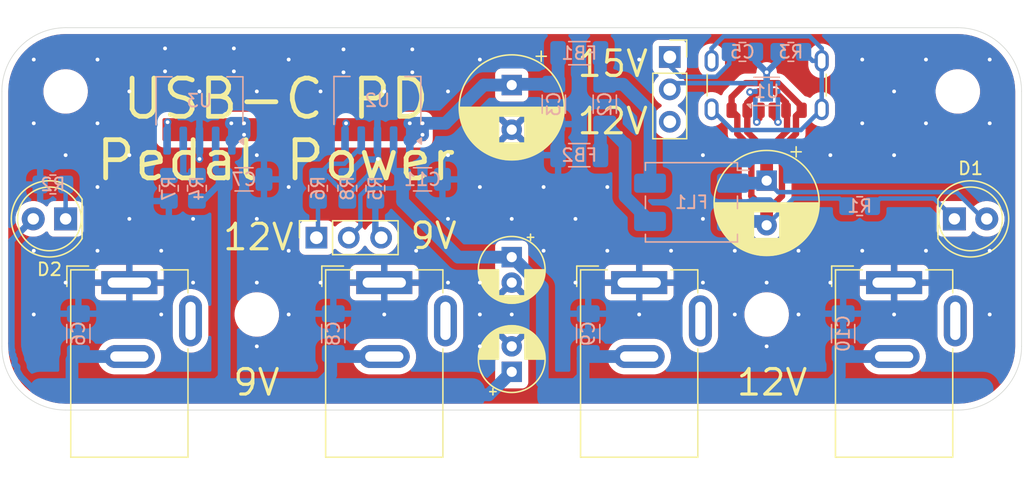
<source format=kicad_pcb>
(kicad_pcb (version 20241229) (generator "pcbnew") (generator_version "9.0")
  (layers (0 "F.Cu" jumper) (2 "B.Cu" signal) (13 "F.Paste" user) (15 "B.Paste" user) (5 "F.SilkS" user "F.Silkscreen") (7 "B.SilkS" user "B.Silkscreen") (1 "F.Mask" user) (3 "B.Mask" user) (25 "Edge.Cuts" user))
  (net 0 "")
  (net 1 "+9V")
  (net 3 "GND")
  (net 4 "+15V")
  (net 6 "CC2")
  (net 7 "CC1")
  (net 8 "VBUS")
  (net 9 "Net-(SW1-A)")
  (net 10 "+12V")
  (net 15 "Net-(D1-K)")
  (net 16 "Net-(D2-K)")
  (net 17 "FB9")
  (net 18 "FB12")
  (net 19 "Net-(SW2-C)")
  (net 20 "Net-(SW2-A)")
  (net 21 "Net-(SW1-B)")
  (net 23 "GNDBUS")
  (net 24 "SHIELD")
  (net 25 "Net-(C2-Pad1)")
  (net 26 "Net-(C2-Pad2)")
  (footprint "LED_THT:LED_D5.0mm" (layer "F.Cu") (at 124.73 65)
    (property "Reference" "D1" (at 1.27 -3.96 0) (layer "F.SilkS"))
    (property "Value" "LED")
    (pad "1" thru_hole rect (at 0 0) (size 1.8 1.8) (drill 0.9) (layers "*.Cu" "*.Mask") (net 15 "Net-(D1-K)"))
    (pad "2" thru_hole circle (at 2.54 0) (size 1.8 1.8) (drill 0.9) (layers "*.Cu" "*.Mask") (net 8 "VBUS"))
  )
  (footprint "Connector_USB:USB_C_Receptacle_GCT_USB4125-xx-x-0190_6P_TopMnt_Horizontal" (layer "F.Cu") (at 110 53.4 180)
    (property "Reference" "J1" (hide yes))
    (property "Value" "USB_C_Receptacle_PowerOnly_6P")
    (pad "A5" smd roundrect (at -0.5 -3.08 180) (size 0.7 1.2) (layers "F.Cu" "F.Mask" "F.Paste") (net 7 "CC1"))
    (pad "A9" smd roundrect (at 1.52 -3.08) (size 0.76 1.2) (layers "F.Cu" "F.Mask" "F.Paste") (net 8 "VBUS"))
    (pad "A12" smd roundrect (at 2.75 -3.08) (size 0.8 1.2) (layers "F.Cu" "F.Mask" "F.Paste") (net 23 "GNDBUS"))
    (pad "B5" smd roundrect (at 0.5 -3.08) (size 0.7 1.2) (layers "F.Cu" "F.Mask" "F.Paste") (net 6 "CC2"))
    (pad "B9" smd roundrect (at -1.52 -3.08 180) (size 0.76 1.2) (layers "F.Cu" "F.Mask" "F.Paste") (net 8 "VBUS"))
    (pad "B12" smd roundrect (at -2.75 -3.08 180) (size 0.8 1.2) (layers "F.Cu" "F.Mask" "F.Paste") (net 23 "GNDBUS"))
    (pad "S1" thru_hole oval (at -4.32 -3 180) (size 1.1 1.7) (drill oval 0.6 1.2) (property pad_prop_heatsink) (layers "*.Cu" "*.Mask" "F.Paste") (net 24 "SHIELD"))
    (pad "S1" thru_hole oval (at -4.32 0.8 180) (size 1.1 1.7) (drill oval 0.6 1.2) (property pad_prop_heatsink) (layers "*.Cu" "*.Mask" "F.Paste") (net 24 "SHIELD"))
    (pad "S1" thru_hole oval (at 4.32 -3 180) (size 1.1 1.7) (drill oval 0.6 1.2) (property pad_prop_heatsink) (layers "*.Cu" "*.Mask" "F.Paste") (net 24 "SHIELD"))
    (pad "S1" thru_hole oval (at 4.32 0.8 180) (size 1.1 1.7) (drill oval 0.6 1.2) (property pad_prop_heatsink) (layers "*.Cu" "*.Mask" "F.Paste") (net 24 "SHIELD"))
  )
  (footprint "MountingHole:MountingHole_3mm" (layer "F.Cu") (at 110 72.5)
    (property "Reference" "H3" (hide yes))
    (property "Value" "MountingHole")
    (pad "" np_thru_hole circle (at 0 0) (size 3 3) (drill 3) (layers "*.Cu" "*.Mask"))
  )
  (footprint "LED_THT:LED_D5.0mm" (layer "F.Cu") (at 55 65 180)
    (property "Reference" "D2" (at 1.27 -3.96 0) (layer "F.SilkS"))
    (property "Value" "LED")
    (pad "1" thru_hole rect (at 0 0 180) (size 1.8 1.8) (drill 0.9) (layers "*.Cu" "*.Mask") (net 16 "Net-(D2-K)"))
    (pad "2" thru_hole circle (at 2.54 0 180) (size 1.8 1.8) (drill 0.9) (layers "*.Cu" "*.Mask") (net 1 "+9V"))
  )
  (footprint "Capacitor_THT:CP_Radial_D8.0mm_P3.50mm" (layer "F.Cu") (at 110 62 -90)
    (property "Reference" "C1" (hide yes))
    (property "Value" "100uF")
    (pad "1" thru_hole rect (at 0 0 270) (size 1.6 1.6) (drill 0.8) (layers "*.Cu" "*.Mask") (net 8 "VBUS"))
    (pad "2" thru_hole circle (at 3.5 0 270) (size 1.6 1.6) (drill 0.8) (layers "*.Cu" "*.Mask") (net 23 "GNDBUS"))
  )
  (footprint "MountingHole:MountingHole_3mm" (layer "F.Cu") (at 55 55)
    (property "Reference" "H1" (hide yes))
    (property "Value" "MountingHole")
    (pad "" np_thru_hole circle (at 0 0) (size 3 3) (drill 3) (layers "*.Cu" "*.Mask"))
  )
  (footprint "Connector_PinSocket_2.54mm:PinSocket_1x03_P2.54mm_Vertical" (layer "F.Cu") (at 74.675 66.475 90)
    (property "Reference" "SW2" (hide yes))
    (property "Value" "12v9")
    (pad "1" thru_hole rect (at 0 0 90) (size 1.7 1.7) (drill 1) (layers "*.Cu" "*.Mask") (net 20 "Net-(SW2-A)"))
    (pad "2" thru_hole circle (at 0 2.54 90) (size 1.7 1.7) (drill 1) (layers "*.Cu" "*.Mask") (net 10 "+12V"))
    (pad "3" thru_hole circle (at 0 5.08 90) (size 1.7 1.7) (drill 1) (layers "*.Cu" "*.Mask") (net 19 "Net-(SW2-C)"))
  )
  (footprint "Connector_BarrelJack:BarrelJack_Wuerth_6941xx301002" (layer "F.Cu") (at 80 70)
    (property "Reference" "J3" (hide yes))
    (property "Value" "Barrel_Jack_Switch")
    (pad "1" thru_hole rect (at 0 0) (size 4.4 1.8) (drill oval 3.4 0.8) (layers "*.Cu" "*.Mask") (net 3 "GND"))
    (pad "2" thru_hole oval (at 0 5.8) (size 4 1.8) (drill oval 3 0.8) (layers "*.Cu" "*.Mask") (net 1 "+9V"))
    (pad "3" thru_hole oval (at 4.8 3 90) (size 4 1.8) (drill oval 3 0.8) (layers "*.Cu" "*.Mask"))
  )
  (footprint "Capacitor_THT:CP_Radial_D5.0mm_P2.00mm" (layer "F.Cu") (at 90 77 90)
    (property "Reference" "C12" (hide yes))
    (property "Value" "47uF")
    (pad "1" thru_hole rect (at 0 0 90) (size 1.6 1.6) (drill 0.8) (layers "*.Cu" "*.Mask") (net 1 "+9V"))
    (pad "2" thru_hole circle (at 2 0 90) (size 1.6 1.6) (drill 0.8) (layers "*.Cu" "*.Mask") (net 3 "GND"))
  )
  (footprint "Connector_BarrelJack:BarrelJack_Wuerth_6941xx301002" (layer "F.Cu") (at 120 70)
    (property "Reference" "J5" (hide yes))
    (property "Value" "Barrel_Jack_Switch")
    (pad "1" thru_hole rect (at 0 0) (size 4.4 1.8) (drill oval 3.4 0.8) (layers "*.Cu" "*.Mask") (net 3 "GND"))
    (pad "2" thru_hole oval (at 0 5.8) (size 4 1.8) (drill oval 3 0.8) (layers "*.Cu" "*.Mask") (net 10 "+12V"))
    (pad "3" thru_hole oval (at 4.8 3 90) (size 4 1.8) (drill oval 3 0.8) (layers "*.Cu" "*.Mask"))
  )
  (footprint "MountingHole:MountingHole_3mm" (layer "F.Cu") (at 70 72.5)
    (property "Reference" "H4" (hide yes))
    (property "Value" "MountingHole")
    (pad "" np_thru_hole circle (at 0 0) (size 3 3) (drill 3) (layers "*.Cu" "*.Mask"))
  )
  (footprint "Connector_PinSocket_2.54mm:PinSocket_1x03_P2.54mm_Vertical" (layer "F.Cu") (at 102.4 52.3)
    (property "Reference" "SW1" (hide yes))
    (property "Value" "15v12")
    (pad "1" thru_hole rect (at 0 0) (size 1.7 1.7) (drill 1) (layers "*.Cu" "*.Mask") (net 9 "Net-(SW1-A)"))
    (pad "2" thru_hole circle (at 0 2.54) (size 1.7 1.7) (drill 1) (layers "*.Cu" "*.Mask") (net 21 "Net-(SW1-B)"))
    (pad "3" thru_hole circle (at 0 5.08) (size 1.7 1.7) (drill 1) (layers "*.Cu" "*.Mask"))
  )
  (footprint "MountingHole:MountingHole_3mm" (layer "F.Cu") (at 125 55)
    (property "Reference" "H2" (hide yes))
    (property "Value" "MountingHole")
    (pad "" np_thru_hole circle (at 0 0) (size 3 3) (drill 3) (layers "*.Cu" "*.Mask"))
  )
  (footprint "Connector_BarrelJack:BarrelJack_Wuerth_6941xx301002" (layer "F.Cu") (at 60 70)
    (property "Reference" "J2" (hide yes))
    (property "Value" "Barrel_Jack_Switch")
    (pad "1" thru_hole rect (at 0 0) (size 4.4 1.8) (drill oval 3.4 0.8) (layers "*.Cu" "*.Mask") (net 3 "GND"))
    (pad "2" thru_hole oval (at 0 5.8) (size 4 1.8) (drill oval 3 0.8) (layers "*.Cu" "*.Mask") (net 1 "+9V"))
    (pad "3" thru_hole oval (at 4.8 3 90) (size 4 1.8) (drill oval 3 0.8) (layers "*.Cu" "*.Mask"))
  )
  (footprint "Capacitor_THT:CP_Radial_D8.0mm_P3.50mm" (layer "F.Cu") (at 90 54.5 -90)
    (property "Reference" "C4" (hide yes))
    (property "Value" "100uF")
    (pad "1" thru_hole rect (at 0 0 270) (size 1.6 1.6) (drill 0.8) (layers "*.Cu" "*.Mask") (net 4 "+15V"))
    (pad "2" thru_hole circle (at 3.5 0 270) (size 1.6 1.6) (drill 0.8) (layers "*.Cu" "*.Mask") (net 3 "GND"))
  )
  (footprint "Connector_BarrelJack:BarrelJack_Wuerth_6941xx301002" (layer "F.Cu") (at 100 70)
    (property "Reference" "J4" (hide yes))
    (property "Value" "Barrel_Jack_Switch")
    (pad "1" thru_hole rect (at 0 0) (size 4.4 1.8) (drill oval 3.4 0.8) (layers "*.Cu" "*.Mask") (net 3 "GND"))
    (pad "2" thru_hole oval (at 0 5.8) (size 4 1.8) (drill oval 3 0.8) (layers "*.Cu" "*.Mask") (net 10 "+12V"))
    (pad "3" thru_hole oval (at 4.8 3 90) (size 4 1.8) (drill oval 3 0.8) (layers "*.Cu" "*.Mask"))
  )
  (footprint "Capacitor_THT:CP_Radial_D5.0mm_P2.00mm" (layer "F.Cu") (at 90 68 -90)
    (property "Reference" "C13" (hide yes))
    (property "Value" "47uF")
    (pad "1" thru_hole rect (at 0 0 270) (size 1.6 1.6) (drill 0.8) (layers "*.Cu" "*.Mask") (net 10 "+12V"))
    (pad "2" thru_hole circle (at 2 0 270) (size 1.6 1.6) (drill 0.8) (layers "*.Cu" "*.Mask") (net 3 "GND"))
  )
  (footprint "Resistor_SMD:R_0805_2012Metric_Pad1.20x1.40mm_HandSolder" (layer "B.Cu") (at 54 62.3 180)
    (property "Reference" "R2" (at 0 0 0) (layer "B.SilkS") (effects (justify mirror)))
    (property "Value" "10k")
    (pad "1" smd roundrect (at -1 0 180) (size 1.2 1.4) (layers "B.Cu" "B.Mask" "B.Paste") (roundrect_rratio 0.208333) (net 16 "Net-(D2-K)"))
    (pad "2" smd roundrect (at 1 0 180) (size 1.2 1.4) (layers "B.Cu" "B.Mask" "B.Paste") (roundrect_rratio 0.208333) (net 3 "GND"))
  )
  (footprint "Resistor_SMD:R_0805_2012Metric_Pad1.20x1.40mm_HandSolder" (layer "B.Cu") (at 65.3 62.6 90)
    (property "Reference" "R4" (at 0 0 90) (layer "B.SilkS") (effects (justify mirror)))
    (property "Value" "13k")
    (pad "1" smd roundrect (at -1 0 90) (size 1.2 1.4) (layers "B.Cu" "B.Mask" "B.Paste") (roundrect_rratio 0.208333) (net 1 "+9V"))
    (pad "2" smd roundrect (at 1 0 90) (size 1.2 1.4) (layers "B.Cu" "B.Mask" "B.Paste") (roundrect_rratio 0.208333) (net 17 "FB9"))
  )
  (footprint "Resistor_SMD:R_0805_2012Metric_Pad1.20x1.40mm_HandSolder" (layer "B.Cu") (at 63.1 62.6 -90)
    (property "Reference" "R7" (at 0 0 90) (layer "B.SilkS") (effects (justify mirror)))
    (property "Value" "2k")
    (pad "1" smd roundrect (at -1 0 270) (size 1.2 1.4) (layers "B.Cu" "B.Mask" "B.Paste") (roundrect_rratio 0.208333) (net 17 "FB9"))
    (pad "2" smd roundrect (at 1 0 270) (size 1.2 1.4) (layers "B.Cu" "B.Mask" "B.Paste") (roundrect_rratio 0.208333) (net 3 "GND"))
  )
  (footprint "Capacitor_SMD:C_1206_3216Metric_Pad1.33x1.80mm_HandSolder" (layer "B.Cu") (at 69 61.9)
    (property "Reference" "C7" (at 0 0 0) (layer "B.SilkS") (effects (justify mirror)))
    (property "Value" "22uF")
    (pad "1" smd roundrect (at -1.5625 0) (size 1.325 1.8) (layers "B.Cu" "B.Mask" "B.Paste") (roundrect_rratio 0.188679) (net 1 "+9V"))
    (pad "2" smd roundrect (at 1.5625 0) (size 1.325 1.8) (layers "B.Cu" "B.Mask" "B.Paste") (roundrect_rratio 0.188679) (net 3 "GND"))
  )
  (footprint "Capacitor_SMD:C_0805_2012Metric_Pad1.18x1.45mm_HandSolder" (layer "B.Cu") (at 108.1 51.9)
    (property "Reference" "C5" (at 0 0 0) (layer "B.SilkS") (effects (justify mirror)))
    (property "Value" "4.7nF")
    (pad "1" smd roundrect (at -1.0375 0) (size 1.175 1.45) (layers "B.Cu" "B.Mask" "B.Paste") (roundrect_rratio 0.212766) (net 9 "Net-(SW1-A)"))
    (pad "2" smd roundrect (at 1.0375 0) (size 1.175 1.45) (layers "B.Cu" "B.Mask" "B.Paste") (roundrect_rratio 0.212766) (net 23 "GNDBUS"))
  )
  (footprint "Capacitor_SMD:C_1206_3216Metric_Pad1.33x1.80mm_HandSolder" (layer "B.Cu") (at 56 74 90)
    (property "Reference" "C6" (at 0 0 90) (layer "B.SilkS") (effects (justify mirror)))
    (property "Value" "22uF")
    (pad "1" smd roundrect (at -1.5625 0 90) (size 1.325 1.8) (layers "B.Cu" "B.Mask" "B.Paste") (roundrect_rratio 0.188679) (net 1 "+9V"))
    (pad "2" smd roundrect (at 1.5625 0 90) (size 1.325 1.8) (layers "B.Cu" "B.Mask" "B.Paste") (roundrect_rratio 0.188679) (net 3 "GND"))
  )
  (footprint "Capacitor_SMD:C_1206_3216Metric_Pad1.33x1.80mm_HandSolder" (layer "B.Cu") (at 116 74 90)
    (property "Reference" "C10" (at 0 0 90) (layer "B.SilkS") (effects (justify mirror)))
    (property "Value" "22uF")
    (pad "1" smd roundrect (at -1.5625 0 90) (size 1.325 1.8) (layers "B.Cu" "B.Mask" "B.Paste") (roundrect_rratio 0.188679) (net 10 "+12V"))
    (pad "2" smd roundrect (at 1.5625 0 90) (size 1.325 1.8) (layers "B.Cu" "B.Mask" "B.Paste") (roundrect_rratio 0.188679) (net 3 "GND"))
  )
  (footprint "Resistor_SMD:R_0805_2012Metric_Pad1.20x1.40mm_HandSolder" (layer "B.Cu") (at 77.1 62.6 90)
    (property "Reference" "R8" (at 0 0 90) (layer "B.SilkS") (effects (justify mirror)))
    (property "Value" "2k")
    (pad "1" smd roundrect (at -1 0 90) (size 1.2 1.4) (layers "B.Cu" "B.Mask" "B.Paste") (roundrect_rratio 0.208333) (net 18 "FB12"))
    (pad "2" smd roundrect (at 1 0 90) (size 1.2 1.4) (layers "B.Cu" "B.Mask" "B.Paste") (roundrect_rratio 0.208333) (net 3 "GND"))
  )
  (footprint "Capacitor_SMD:C_1206_3216Metric_Pad1.33x1.80mm_HandSolder" (layer "B.Cu") (at 96 74 90)
    (property "Reference" "C9" (at 0 0 90) (layer "B.SilkS") (effects (justify mirror)))
    (property "Value" "22uF")
    (pad "1" smd roundrect (at -1.5625 0 90) (size 1.325 1.8) (layers "B.Cu" "B.Mask" "B.Paste") (roundrect_rratio 0.188679) (net 10 "+12V"))
    (pad "2" smd roundrect (at 1.5625 0 90) (size 1.325 1.8) (layers "B.Cu" "B.Mask" "B.Paste") (roundrect_rratio 0.188679) (net 3 "GND"))
  )
  (footprint "Capacitor_SMD:C_1206_3216Metric_Pad1.33x1.80mm_HandSolder" (layer "B.Cu") (at 76 74 90)
    (property "Reference" "C8" (at 0 0 90) (layer "B.SilkS") (effects (justify mirror)))
    (property "Value" "22uF")
    (pad "1" smd roundrect (at -1.5625 0 90) (size 1.325 1.8) (layers "B.Cu" "B.Mask" "B.Paste") (roundrect_rratio 0.188679) (net 1 "+9V"))
    (pad "2" smd roundrect (at 1.5625 0 90) (size 1.325 1.8) (layers "B.Cu" "B.Mask" "B.Paste") (roundrect_rratio 0.188679) (net 3 "GND"))
  )
  (footprint "Inductor_SMD:L_1206_3216Metric_Pad1.22x1.90mm_HandSolder" (layer "B.Cu") (at 95.3 60 180)
    (property "Reference" "FB2" (at 0 0 0) (layer "B.SilkS") (effects (justify mirror)))
    (property "Value" "FerriteBead")
    (pad "1" smd roundrect (at -1.6625 0 180) (size 1.225 1.9) (layers "B.Cu" "B.Mask" "B.Paste") (roundrect_rratio 0.204082) (net 26 "Net-(C2-Pad2)"))
    (pad "2" smd roundrect (at 1.6625 0 180) (size 1.225 1.9) (layers "B.Cu" "B.Mask" "B.Paste") (roundrect_rratio 0.204082) (net 3 "GND"))
  )
  (footprint "Capacitor_SMD:C_1206_3216Metric_Pad1.33x1.80mm_HandSolder" (layer "B.Cu") (at 97.3 56 -90)
    (property "Reference" "C2" (at 0 0 90) (layer "B.SilkS") (effects (justify mirror)))
    (property "Value" "22uF")
    (pad "1" smd roundrect (at -1.5625 0 270) (size 1.325 1.8) (layers "B.Cu" "B.Mask" "B.Paste") (roundrect_rratio 0.188679) (net 25 "Net-(C2-Pad1)"))
    (pad "2" smd roundrect (at 1.5625 0 270) (size 1.325 1.8) (layers "B.Cu" "B.Mask" "B.Paste") (roundrect_rratio 0.188679) (net 26 "Net-(C2-Pad2)"))
  )
  (footprint "Package_TO_SOT_SMD:SOT-223-6" (layer "B.Cu") (at 79.4625 55.7 90)
    (property "Reference" "U2" (at 0 0 0) (layer "B.SilkS") (effects (justify mirror)))
    (property "Value" "TPS73801")
    (pad "1" smd roundrect (at -3.1375 2.54 90) (size 2.2 0.6) (layers "B.Cu" "B.Mask" "B.Paste") (net 4 "+15V"))
    (pad "2" smd roundrect (at -3.1375 1.27 90) (size 2.2 0.6) (layers "B.Cu" "B.Mask" "B.Paste") (net 10 "+12V"))
    (pad "3" smd roundrect (at -3.1375 0 90) (size 2.2 0.6) (layers "B.Cu" "B.Mask" "B.Paste") (net 3 "GND"))
    (pad "4" smd roundrect (at -3.1375 -1.27 90) (size 2.2 0.6) (layers "B.Cu" "B.Mask" "B.Paste") (net 18 "FB12"))
    (pad "5" smd roundrect (at -3.1375 -2.54 90) (size 2.2 0.6) (layers "B.Cu" "B.Mask" "B.Paste") (net 4 "+15V"))
    (pad "6" smd roundrect (at 3.1625 0 90) (size 2.15 3.45) (layers "B.Cu" "B.Mask" "B.Paste") (net 3 "GND"))
  )
  (footprint "Package_TO_SOT_SMD:SOT-223-6" (layer "B.Cu") (at 65.5 55.725 90)
    (property "Reference" "U3" (at 0 0 0) (layer "B.SilkS") (effects (justify mirror)))
    (property "Value" "TPS73801")
    (pad "1" smd roundrect (at -3.1375 2.54 90) (size 2.2 0.6) (layers "B.Cu" "B.Mask" "B.Paste") (net 4 "+15V"))
    (pad "2" smd roundrect (at -3.1375 1.27 90) (size 2.2 0.6) (layers "B.Cu" "B.Mask" "B.Paste") (net 1 "+9V"))
    (pad "3" smd roundrect (at -3.1375 0 90) (size 2.2 0.6) (layers "B.Cu" "B.Mask" "B.Paste") (net 3 "GND"))
    (pad "4" smd roundrect (at -3.1375 -1.27 90) (size 2.2 0.6) (layers "B.Cu" "B.Mask" "B.Paste") (net 17 "FB9"))
    (pad "5" smd roundrect (at -3.1375 -2.54 90) (size 2.2 0.6) (layers "B.Cu" "B.Mask" "B.Paste") (net 4 "+15V"))
    (pad "6" smd roundrect (at 3.1625 0 90) (size 2.15 3.45) (layers "B.Cu" "B.Mask" "B.Paste") (net 3 "GND"))
  )
  (footprint "Inductor_SMD:L_1206_3216Metric_Pad1.22x1.90mm_HandSolder" (layer "B.Cu") (at 95.3 52 180)
    (property "Reference" "FB1" (at 0 0 0) (layer "B.SilkS") (effects (justify mirror)))
    (property "Value" "FerriteBead")
    (pad "1" smd roundrect (at -1.6625 0 180) (size 1.225 1.9) (layers "B.Cu" "B.Mask" "B.Paste") (roundrect_rratio 0.204082) (net 25 "Net-(C2-Pad1)"))
    (pad "2" smd roundrect (at 1.6625 0 180) (size 1.225 1.9) (layers "B.Cu" "B.Mask" "B.Paste") (roundrect_rratio 0.204082) (net 4 "+15V"))
  )
  (footprint "Resistor_SMD:R_0805_2012Metric_Pad1.20x1.40mm_HandSolder" (layer "B.Cu") (at 74.8 62.6 90)
    (property "Reference" "R6" (at 0 0 90) (layer "B.SilkS") (effects (justify mirror)))
    (property "Value" "18k")
    (pad "1" smd roundrect (at -1 0 90) (size 1.2 1.4) (layers "B.Cu" "B.Mask" "B.Paste") (roundrect_rratio 0.208333) (net 20 "Net-(SW2-A)"))
    (pad "2" smd roundrect (at 1 0 90) (size 1.2 1.4) (layers "B.Cu" "B.Mask" "B.Paste") (roundrect_rratio 0.208333) (net 18 "FB12"))
  )
  (footprint "Resistor_SMD:R_0805_2012Metric_Pad1.20x1.40mm_HandSolder" (layer "B.Cu") (at 79.3 62.6 90)
    (property "Reference" "R5" (at 0 0 90) (layer "B.SilkS") (effects (justify mirror)))
    (property "Value" "13k")
    (pad "1" smd roundrect (at -1 0 90) (size 1.2 1.4) (layers "B.Cu" "B.Mask" "B.Paste") (roundrect_rratio 0.208333) (net 19 "Net-(SW2-C)"))
    (pad "2" smd roundrect (at 1 0 90) (size 1.2 1.4) (layers "B.Cu" "B.Mask" "B.Paste") (roundrect_rratio 0.208333) (net 18 "FB12"))
  )
  (footprint "Resistor_SMD:R_0805_2012Metric_Pad1.20x1.40mm_HandSolder" (layer "B.Cu") (at 117.3 64 180)
    (property "Reference" "R1" (at 0 0 0) (layer "B.SilkS") (effects (justify mirror)))
    (property "Value" "10k")
    (pad "1" smd roundrect (at -1 0 180) (size 1.2 1.4) (layers "B.Cu" "B.Mask" "B.Paste") (roundrect_rratio 0.208333) (net 15 "Net-(D1-K)"))
    (pad "2" smd roundrect (at 1 0 180) (size 1.2 1.4) (layers "B.Cu" "B.Mask" "B.Paste") (roundrect_rratio 0.208333) (net 23 "GNDBUS"))
  )
  (footprint "Capacitor_SMD:C_1206_3216Metric_Pad1.33x1.80mm_HandSolder" (layer "B.Cu") (at 93.3 56 -90)
    (property "Reference" "C3" (at 0 0 90) (layer "B.SilkS") (effects (justify mirror)))
    (property "Value" "22uF")
    (pad "1" smd roundrect (at -1.5625 0 270) (size 1.325 1.8) (layers "B.Cu" "B.Mask" "B.Paste") (roundrect_rratio 0.188679) (net 4 "+15V"))
    (pad "2" smd roundrect (at 1.5625 0 270) (size 1.325 1.8) (layers "B.Cu" "B.Mask" "B.Paste") (roundrect_rratio 0.188679) (net 3 "GND"))
  )
  (footprint "Inductor_SMD:L_CommonModeChoke_TDK_ACM7060" (layer "B.Cu") (at 104.1 63.7 180)
    (property "Reference" "FL1" (at 0 0 0) (layer "B.SilkS") (effects (justify mirror)))
    (property "Value" "ACM7060")
    (pad "1" smd roundrect (at -3.25 1.5 180) (size 2.5 1.5) (layers "B.Cu" "B.Mask" "B.Paste") (roundrect_rratio 0.1666666667) (net 8 "VBUS"))
    (pad "2" smd roundrect (at -3.25 -1.5 180) (size 2.5 1.5) (layers "B.Cu" "B.Mask" "B.Paste") (roundrect_rratio 0.1666666667) (net 23 "GNDBUS"))
    (pad "3" smd roundrect (at 3.25 -1.5 180) (size 2.5 1.5) (layers "B.Cu" "B.Mask" "B.Paste") (roundrect_rratio 0.1666666667) (net 26 "Net-(C2-Pad2)"))
    (pad "4" smd roundrect (at 3.25 1.5 180) (size 2.5 1.5) (layers "B.Cu" "B.Mask" "B.Paste") (roundrect_rratio 0.1666666667) (net 25 "Net-(C2-Pad1)"))
  )
  (footprint "Package_SON:WSON-6-1EP_2x2mm_P0.65mm_EP1x1.6mm" (layer "B.Cu") (at 110 55)
    (property "Reference" "U1" (at 0 0 0) (layer "B.SilkS") (effects (justify mirror)))
    (property "Value" "HUSB237")
    (pad "1" smd roundrect (at -0.8875 0.65) (size 0.375 0.4) (layers "B.Cu" "B.Mask" "B.Paste") (net 6 "CC2"))
    (pad "2" smd roundrect (at -0.8875 0) (size 0.375 0.4) (layers "B.Cu" "B.Mask" "B.Paste") (net 8 "VBUS"))
    (pad "3" smd roundrect (at -0.8875 -0.65) (size 0.375 0.4) (layers "B.Cu" "B.Mask" "B.Paste") (net 21 "Net-(SW1-B)"))
    (pad "4" smd roundrect (at 0.8875 -0.65) (size 0.375 0.4) (layers "B.Cu" "B.Mask" "B.Paste"))
    (pad "5" smd roundrect (at 0.8875 0) (size 0.375 0.4) (layers "B.Cu" "B.Mask" "B.Paste"))
    (pad "6" smd roundrect (at 0.8875 0.65) (size 0.375 0.4) (layers "B.Cu" "B.Mask" "B.Paste") (net 7 "CC1"))
    (pad "7" smd rect (at 0 0) (size 1 1.6) (property pad_prop_heatsink) (layers "B.Cu" "B.Mask") (net 23 "GNDBUS"))
  )
  (footprint "Capacitor_SMD:C_1206_3216Metric_Pad1.33x1.80mm_HandSolder" (layer "B.Cu") (at 83 61.9)
    (property "Reference" "C11" (at 0 0 0) (layer "B.SilkS") (effects (justify mirror)))
    (property "Value" "22uF")
    (pad "1" smd roundrect (at -1.5625 0) (size 1.325 1.8) (layers "B.Cu" "B.Mask" "B.Paste") (roundrect_rratio 0.188679) (net 10 "+12V"))
    (pad "2" smd roundrect (at 1.5625 0) (size 1.325 1.8) (layers "B.Cu" "B.Mask" "B.Paste") (roundrect_rratio 0.188679) (net 3 "GND"))
  )
  (footprint "Resistor_SMD:R_0805_2012Metric_Pad1.20x1.40mm_HandSolder" (layer "B.Cu") (at 111.9 51.9 180)
    (property "Reference" "R3" (at 0 0 0) (layer "B.SilkS") (effects (justify mirror)))
    (property "Value" "10R")
    (pad "1" smd roundrect (at -1 0 180) (size 1.2 1.4) (layers "B.Cu" "B.Mask" "B.Paste") (roundrect_rratio 0.208333) (net 24 "SHIELD"))
    (pad "2" smd roundrect (at 1 0 180) (size 1.2 1.4) (layers "B.Cu" "B.Mask" "B.Paste") (roundrect_rratio 0.208333) (net 23 "GNDBUS"))
  )
  (gr_line (start 130 55) (end 130 75) (stroke (width 0.05)) (layer "Edge.Cuts"))
  (gr_line (start 55 80) (end 125 80) (stroke (width 0.05)) (layer "Edge.Cuts"))
  (gr_arc (start 55 80) (mid 51.464466 78.535534) (end 50 75) (stroke (width 0.05)) (layer "Edge.Cuts"))
  (gr_line (start 50 55) (end 50 75) (stroke (width 0.05)) (layer "Edge.Cuts"))
  (gr_arc (start 130 75) (mid 128.535534 78.535534) (end 125 80) (stroke (width 0.05)) (layer "Edge.Cuts"))
  (gr_arc (start 125 50) (mid 128.535534 51.464466) (end 130 55) (stroke (width 0.05)) (layer "Edge.Cuts"))
  (gr_arc (start 50 55) (mid 51.464466 51.464466) (end 55 50) (stroke (width 0.05)) (layer "Edge.Cuts"))
  (gr_line (start 55 50) (end 125 50) (stroke (width 0.05)) (layer "Edge.Cuts"))
  (gr_text "9V" (at 68 79 0) (layer "F.SilkS") (effects (font (size 2 2) (thickness 0.25)) (justify left bottom)))
  (gr_text "9V" (at 81.9 67.5 0) (layer "F.SilkS") (effects (font (size 2 2) (thickness 0.25)) (justify left bottom)))
  (gr_text "12V" (at 95 58.5 0) (layer "F.SilkS") (effects (font (size 2 2) (thickness 0.25)) (justify left bottom)))
  (gr_text "12V" (at 107.5 79 0) (layer "F.SilkS") (effects (font (size 2 2) (thickness 0.25)) (justify left bottom)))
  (gr_text "USB-C PD\nPedal Power" (at 71.5 58 0) (layer "F.SilkS") (effects (font (size 3 3) (thickness 0.375))))
  (gr_text "15V" (at 95 54 0) (layer "F.SilkS") (effects (font (size 2 2) (thickness 0.25)) (justify left bottom)))
  (gr_text "12V" (at 67.2 67.6 0) (layer "F.SilkS") (effects (font (size 2 2) (thickness 0.25)) (justify left bottom)))
  (segment (start 60 75.8) (end 55.7625 75.8) (width 1) (layer "B.Cu") (net 1))
  (segment (start 74.4 78.6) (end 75 78) (width 1) (layer "B.Cu") (net 1))
  (segment (start 55.5 78.5) (end 55.6 78.6) (width 0.5) (layer "B.Cu") (net 1))
  (segment (start 55.5 76.0625) (end 55.5 78.5) (width 1) (layer "B.Cu") (net 1))
  (segment (start 50.9 75.9) (end 51 76) (width 0.5) (layer "B.Cu") (net 1))
  (segment (start 51 76) (end 51 76.3909) (width 0.5) (layer "B.Cu") (net 1))
  (segment (start 52.46 65) (end 50.751 66.709) (width 0.5) (layer "B.Cu") (net 1))
  (segment (start 55.6 78.6) (end 66.4 78.6) (width 1) (layer "B.Cu") (net 1))
  (segment (start 51.490716 77.390716) (end 52.6 78.5) (width 0.5) (layer "B.Cu") (net 1))
  (segment (start 90 77) (end 88.2 78.8) (width 1) (layer "B.Cu") (net 1))
  (segment (start 51.2 76.6) (end 51.2 76.887182) (width 0.5) (layer "B.Cu") (net 1))
  (segment (start 65.7375 63.6) (end 67.4375 61.9) (width 0.5) (layer "B.Cu") (net 1))
  (segment (start 52.6 78.5) (end 55.5 78.5) (width 0.5) (layer "B.Cu") (net 1))
  (segment (start 50.8 75.566051) (end 50.807268 75.607268) (width 0.5) (layer "B.Cu") (net 1))
  (segment (start 75.8 75.8375) (end 75.8 77.2) (width 1) (layer "B.Cu") (net 1))
  (segment (start 55.7625 75.8) (end 55.5 76.0625) (width 1) (layer "B.Cu") (net 1))
  (segment (start 88.2 78.8) (end 75.8 78.8) (width 1) (layer "B.Cu") (net 1))
  (segment (start 66.4 78.5) (end 67.4375 77.4625) (width 1) (layer "B.Cu") (net 1))
  (segment (start 51.005207 76.405207) (end 51.2 76.6) (width 0.5) (layer "B.Cu") (net 1))
  (segment (start 51.2 76.887182) (end 51.490716 77.390716) (width 0.5) (layer "B.Cu") (net 1))
  (segment (start 50.761886 75.261886) (end 50.8 75.3) (width 0.5) (layer "B.Cu") (net 1))
  (segment (start 75.8 78.8) (end 75 78) (width 1) (layer "B.Cu") (net 1))
  (segment (start 50.751 66.709) (end 50.751 74.762254) (width 0.5) (layer "B.Cu") (net 1))
  (segment (start 66.4 78.6) (end 66.4 78.5) (width 1) (layer "B.Cu") (net 1))
  (segment (start 66.4 78.6) (end 74.4 78.6) (width 1) (layer "B.Cu") (net 1))
  (segment (start 75.7625 75.8) (end 75.8 75.8375) (width 1) (layer "B.Cu") (net 1))
  (segment (start 50.751 74.762254) (end 50.761886 75.261886) (width 0.5) (layer "B.Cu") (net 1))
  (segment (start 75.8 77.2) (end 75 78) (width 1) (layer "B.Cu") (net 1))
  (segment (start 51 76.3909) (end 51.005207 76.405207) (width 0.5) (layer "B.Cu") (net 1))
  (segment (start 50.807268 75.607268) (end 50.9 75.7) (width 0.5) (layer "B.Cu") (net 1))
  (segment (start 67.4375 77.4625) (end 67.4375 61.9) (width 1) (layer "B.Cu") (net 1))
  (segment (start 80 75.8) (end 75.7625 75.8) (width 1) (layer "B.Cu") (net 1))
  (segment (start 66.77 61.2325) (end 67.4375 61.9) (width 0.5) (layer "B.Cu") (net 1))
  (segment (start 66.77 58.8625) (end 66.77 61.2325) (width 0.5) (layer "B.Cu") (net 1))
  (segment (start 50.9 75.7) (end 50.9 75.9) (width 0.5) (layer "B.Cu") (net 1))
  (segment (start 50.8 75.3) (end 50.8 75.566051) (width 0.5) (layer "B.Cu") (net 1))
  (via (at 82.2 51.7) (size 0.6) (drill 0.3) (layers "F.Cu" "B.Cu") (net 3))
  (via (at 97.5 67.5) (size 0.6) (drill 0.3) (layers "F.Cu" "B.Cu") (net 3))
  (via (at 97.5 62.5) (size 0.6) (drill 0.3) (layers "F.Cu" "B.Cu") (net 3))
  (via (at 68.2 51.625) (size 0.6) (drill 0.3) (layers "F.Cu" "B.Cu") (net 3))
  (via (at 60 60) (size 0.6) (drill 0.3) (layers "F.Cu" "B.Cu") (net 3))
  (via (at 85 65) (size 0.6) (drill 0.3) (layers "F.Cu" "B.Cu") (net 3))
  (via (at 72.5 62.5) (size 0.6) (drill 0.3) (layers "F.Cu" "B.Cu") (net 3))
  (via (at 70 55) (size 0.6) (drill 0.3) (layers "F.Cu" "B.Cu") (net 3))
  (via (at 112.5 67.5) (size 0.6) (drill 0.3) (layers "F.Cu" "B.Cu") (net 3))
  (via (at 112.5 72.5) (size 0.6) (drill 0.3) (layers "F.Cu" "B.Cu") (net 3))
  (via (at 117.5 67.5) (size 0.6) (drill 0.3) (layers "F.Cu" "B.Cu") (net 3))
  (via (at 120 72.5) (size 0.6) (drill 0.3) (layers "F.Cu" "B.Cu") (net 3))
  (via (at 127.5 57.5) (size 0.6) (drill 0.3) (layers "F.Cu" "B.Cu") (net 3))
  (via (at 127.5 72.5) (size 0.6) (drill 0.3) (layers "F.Cu" "B.Cu") (net 3))
  (via (at 127.5 52.5) (size 0.6) (drill 0.3) (layers "F.Cu" "B.Cu") (net 3))
  (via (at 76.8 53.5) (size 0.6) (drill 0.3) (layers "F.Cu" "B.Cu") (net 3))
  (via (at 117.5 52.5) (size 0.6) (drill 0.3) (layers "F.Cu" "B.Cu") (net 3))
  (via (at 122.5 67.5) (size 0.6) (drill 0.3) (layers "F.Cu" "B.Cu") (net 3))
  (via (at 55 60) (size 0.6) (drill 0.3) (layers "F.Cu" "B.Cu") (net 3))
  (via (at 65.5 55) (size 0.6) (drill 0.3) (layers "F.Cu" "B.Cu") (net 3))
  (via (at 72.5 52.5) (size 0.6) (drill 0.3) (layers "F.Cu" "B.Cu") (net 3))
  (via (at 60 65) (size 0.6) (drill 0.3) (layers "F.Cu" "B.Cu") (net 3))
  (via (at 57.5 52.5) (size 0.6) (drill 0.3) (layers "F.Cu" "B.Cu") (net 3))
  (via (at 75 70) (size 0.6) (drill 0.3) (layers "F.Cu" "B.Cu") (net 3))
  (via (at 80 55) (size 0.6) (drill 0.3) (layers "F.Cu" "B.Cu") (net 3))
  (via (at 52.5 57.5) (size 0.6) (drill 0.3) (layers "F.Cu" "B.Cu") (net 3))
  (via (at 62.8 53.425) (size 0.6) (drill 0.3) (layers "F.Cu" "B.Cu") (net 3))
  (via (at 120 60) (size 0.6) (drill 0.3) (layers "F.Cu" "B.Cu") (net 3))
  (via (at 65 70) (size 0.6) (drill 0.3) (layers "F.Cu" "B.Cu") (net 3))
  (via (at 87.5 52.5) (size 0.6) (drill 0.3) (layers "F.Cu" "B.Cu") (net 3))
  (via (at 127.5 67.5) (size 0.6) (drill 0.3) (layers "F.Cu" "B.Cu") (net 3))
  (via (at 57.5 67.5) (size 0.6) (drill 0.3) (layers "F.Cu" "B.Cu") (net 3))
  (via (at 107.5 72.5) (size 0.6) (drill 0.3) (layers "F.Cu" "B.Cu") (net 3))
  (via (at 55 70) (size 0.6) (drill 0.3) (layers "F.Cu" "B.Cu") (net 3))
  (via (at 87.5 70) (size 0.6) (drill 0.3) (layers "F.Cu" "B.Cu") (net 3))
  (via (at 105 70) (size 0.6) (drill 0.3) (layers "F.Cu" "B.Cu") (net 3))
  (via (at 120 55) (size 0.6) (drill 0.3) (layers "F.Cu" "B.Cu") (net 3))
  (via (at 95 65) (size 0.6) (drill 0.3) (layers "F.Cu" "B.Cu") (net 3))
  (via (at 70 65) (size 0.6) (drill 0.3) (layers "F.Cu" "B.Cu") (net 3))
  (via (at 107.5 67.5) (size 0.6) (drill 0.3) (layers "F.Cu" "B.Cu") (net 3))
  (via (at 115 70) (size 0.6) (drill 0.3) (layers "F.Cu" "B.Cu") (net 3))
  (via (at 79.5 60.3) (size 0.6) (drill 0.3) (layers "F.Cu" "B.Cu") (net 3))
  (via (at 110 70) (size 0.6) (drill 0.3) (layers "F.Cu" "B.Cu") (net 3))
  (via (at 62.8 51.625) (size 0.6) (drill 0.3) (layers "F.Cu" "B.Cu") (net 3))
  (via (at 62.5 67.5) (size 0.6) (drill 0.3) (layers "F.Cu" "B.Cu") (net 3))
  (via (at 122.5 52.5) (size 0.6) (drill 0.3) (layers "F.Cu" "B.Cu") (net 3))
  (via (at 75 55) (size 0.6) (drill 0.3) (layers "F.Cu" "B.Cu") (net 3))
  (via (at 87.5 62.5) (size 0.6) (drill 0.3) (layers "F.Cu" "B.Cu") (net 3))
  (via (at 70 60) (size 0.6) (drill 0.3) (layers "F.Cu" "B.Cu") (net 3))
  (via (at 90 65) (size 0.6) (drill 0.3) (layers "F.Cu" "B.Cu") (net 3))
  (via (at 72.5 67.5) (size 0.6) (drill 0.3) (layers "F.Cu" "B.Cu") (net 3))
  (via (at 60 55) (size 0.6) (drill 0.3) (layers "F.Cu" "B.Cu") (net 3))
  (via (at 70 75) (size 0.6) (drill 0.3) (layers "F.Cu" "B.Cu") (net 3))
  (via (at 76.8 51.7) (size 0.6) (drill 0.3) (layers "F.Cu" "B.Cu") (net 3))
  (via (at 105 65) (size 0.6) (drill 0.3) (layers "F.Cu" "B.Cu") (net 3))
  (via (at 65.5 60.3) (size 0.6) (drill 0.3) (layers "F.Cu" "B.Cu") (net 3))
  (via (at 87.5 72.5) (size 0.6) (drill 0.3) (layers "F.Cu" "B.Cu") (net 3))
  (via (at 52.5 72.5) (size 0.6) (drill 0.3) (layers "F.Cu" "B.Cu") (net 3))
  (via (at 82.2 53.5) (size 0.6) (drill 0.3) (layers "F.Cu" "B.Cu") (net 3))
  (via (at 85 60) (size 0.6) (drill 0.3) (layers "F.Cu" "B.Cu") (net 3))
  (via (at 70 70) (size 0.6) (drill 0.3) (layers "F.Cu" "B.Cu") (net 3))
  (via (at 87.5 75) (size 0.6) (drill 0.3) (layers "F.Cu" "B.Cu") (net 3))
  (via (at 100 72.5) (size 0.6) (drill 0.3) (layers "F.Cu" "B.Cu") (net 3))
  (via (at 85 70) (size 0.6) (drill 0.3) (layers "F.Cu" "B.Cu") (net 3))
  (via (at 52.5 52.5) (size 0.6) (drill 0.3) (layers "F.Cu" "B.Cu") (net 3))
  (via (at 100 52.5) (size 0.6) (drill 0.3) (layers "F.Cu" "B.Cu") (net 3))
  (via (at 105 60) (size 0.6) (drill 0.3) (layers "F.Cu" "B.Cu") (net 3))
  (via (at 95 70) (size 0.6) (drill 0.3) (layers "F.Cu" "B.Cu") (net 3))
  (via (at 52.5 67.5) (size 0.6) (drill 0.3) (layers "F.Cu" "B.Cu") (net 3))
  (via (at 85 55) (size 0.6) (drill 0.3) (layers "F.Cu" "B.Cu") (net 3))
  (via (at 92.5 67.5) (size 0.6) (drill 0.3) (layers "F.Cu" "B.Cu") (net 3))
  (via (at 65 65) (size 0.6) (drill 0.3) (layers "F.Cu" "B.Cu") (net 3))
  (via (at 122.5 57.5) (size 0.6) (drill 0.3) (layers "F.Cu" "B.Cu") (net 3))
  (via (at 117.5 57.5) (size 0.6) (drill 0.3) (layers "F.Cu" "B.Cu") (net 3))
  (via (at 57.5 62.5) (size 0.6) (drill 0.3) (layers "F.Cu" "B.Cu") (net 3))
  (via (at 110 75) (size 0.6) (drill 0.3) (layers "F.Cu" "B.Cu") (net 3))
  (via (at 68.2 53.425) (size 0.6) (drill 0.3) (layers "F.Cu" "B.Cu") (net 3))
  (via (at 62.5 72.5) (size 0.6) (drill 0.3) (layers "F.Cu" "B.Cu") (net 3))
  (via (at 115 60) (size 0.6) (drill 0.3) (layers "F.Cu" "B.Cu") (net 3))
  (via (at 80 72.5) (size 0.6) (drill 0.3) (layers "F.Cu" "B.Cu") (net 3))
  (via (at 90 72.5) (size 0.6) (drill 0.3) (layers "F.Cu" "B.Cu") (net 3))
  (via (at 72.5 72.5) (size 0.6) (drill 0.3) (layers "F.Cu" "B.Cu") (net 3))
  (via (at 57.5 57.5) (size 0.6) (drill 0.3) (layers "F.Cu" "B.Cu") (net 3))
  (via (at 102.5 67.5) (size 0.6) (drill 0.3) (layers "F.Cu" "B.Cu") (net 3))
  (via (at 92.5 62.5) (size 0.6) (drill 0.3) (layers "F.Cu" "B.Cu") (net 3))
  (via (at 82.5 67.5) (size 0.6) (drill 0.3) (layers "F.Cu" "B.Cu") (net 3))
  (segment (start 93.6375 57.9) (end 93.3 57.5625) (width 1) (layer "B.Cu") (net 3))
  (segment (start 79.4615 60.3385) (end 78.3615 60.3385) (width 0.5) (layer "B.Cu") (net 3))
  (segment (start 79.5 60.3) (end 79.5 58.875) (width 0.5) (layer "B.Cu") (net 3))
  (segment (start 76.8 53.5) (end 82.2 53.5) (width 2) (layer "B.Cu") (net 3))
  (segment (start 62.8 53.425) (end 68.2 53.425) (width 2) (layer "B.Cu") (net 3))
  (segment (start 65.5 55) (end 65.5 58.8625) (width 0.5) (layer "B.Cu") (net 3))
  (segment (start 93.6375 60) (end 93.6375 57.9) (width 1) (layer "B.Cu") (net 3))
  (segment (start 62.8 51.625) (end 66.8 51.625) (width 2) (layer "B.Cu") (net 3))
  (segment (start 79.5 60.3) (end 79.4615 60.3385) (width 0.5) (layer "B.Cu") (net 3))
  (segment (start 79.4625 58.8375) (end 79.4625 55.5375) (width 0.5) (layer "B.Cu") (net 3))
  (segment (start 78.3615 60.3385) (end 77.1 61.6) (width 0.5) (layer "B.Cu") (net 3))
  (segment (start 79.4625 55.5375) (end 80 55) (width 0.5) (layer "B.Cu") (net 3))
  (segment (start 65.5 60.3) (end 65.5 58.8625) (width 0.5) (layer "B.Cu") (net 3))
  (segment (start 76.8 51.7) (end 80.8 51.7) (width 2) (layer "B.Cu") (net 3))
  (segment (start 65.5 52.5625) (end 65.5 55) (width 0.5) (layer "B.Cu") (net 3))
  (segment (start 80.8 51.7) (end 82.2 51.7) (width 2) (layer "B.Cu") (net 3))
  (segment (start 66.8 51.625) (end 68.2 51.625) (width 2) (layer "B.Cu") (net 3))
  (segment (start 67.9125 57.4125) (end 68 57.5) (width 0.5) (layer "F.Cu") (net 4))
  (segment (start 63 57.4125) (end 67.9125 57.4125) (width 0.5) (layer "F.Cu") (net 4))
  (segment (start 77 57.5) (end 82 57.5) (width 0.35) (layer "F.Cu") (net 4))
  (via (at 82 57.5) (size 0.6) (drill 0.3) (layers "F.Cu" "B.Cu") (net 4))
  (via (at 69 57.5) (size 0.6) (drill 0.3) (layers "F.Cu" "B.Cu") (net 4))
  (via (at 68 57.5) (size 0.6) (drill 0.3) (layers "F.Cu" "B.Cu") (net 4))
  (via (at 83 57.5) (size 0.6) (drill 0.3) (layers "F.Cu" "B.Cu") (net 4))
  (via (at 83 58.4) (size 0.6) (drill 0.3) (layers "F.Cu" "B.Cu") (net 4))
  (via (at 63 57.4125) (size 0.6) (drill 0.3) (layers "F.Cu" "B.Cu") (net 4))
  (via (at 77 57.5) (size 0.6) (drill 0.3) (layers "F.Cu" "B.Cu") (net 4))
  (via (at 69 58.4) (size 0.6) (drill 0.3) (layers "F.Cu" "B.Cu") (net 4))
  (segment (start 93.6375 52) (end 93.6375 54.1) (width 1) (layer "B.Cu") (net 4))
  (segment (start 63 57.4125) (end 63 57.9125) (width 0.5) (layer "B.Cu") (net 4))
  (segment (start 76.9225 58.8375) (end 76.9225 57.5775) (width 0.35) (layer "B.Cu") (net 4))
  (segment (start 83 58.4) (end 82.44 58.4) (width 1) (layer "B.Cu") (net 4))
  (segment (start 69 58.4) (end 68.5025 58.4) (width 1) (layer "B.Cu") (net 4))
  (segment (start 68.5025 58.4) (end 68.04 58.8625) (width 1) (layer "B.Cu") (net 4))
  (segment (start 83 58.4) (end 83 57.5) (width 1) (layer "B.Cu") (net 4))
  (segment (start 82.44 58.4) (end 82.0025 58.8375) (width 1) (layer "B.Cu") (net 4))
  (segment (start 63 57.9125) (end 62.96 57.9525) (width 0.5) (layer "B.Cu") (net 4))
  (segment (start 69 58.4) (end 69 57.5) (width 1) (layer "B.Cu") (net 4))
  (segment (start 84.8 57.5) (end 83 57.5) (width 1) (layer "B.Cu") (net 4))
  (segment (start 68 57.5) (end 69 57.5) (width 1) (layer "B.Cu") (net 4))
  (segment (start 62.96 57.9525) (end 62.96 58.8625) (width 0.5) (layer "B.Cu") (net 4))
  (segment (start 93.3 54.4375) (end 90.0625 54.4375) (width 1) (layer "B.Cu") (net 4))
  (segment (start 76.9225 57.5775) (end 77 57.5) (width 0.35) (layer "B.Cu") (net 4))
  (segment (start 82 57.5) (end 83 57.5) (width 1) (layer "B.Cu") (net 4))
  (segment (start 87.8 54.5) (end 84.8 57.5) (width 1) (layer "B.Cu") (net 4))
  (segment (start 93.6375 54.1) (end 93.3 54.4375) (width 1) (layer "B.Cu") (net 4))
  (segment (start 90 54.5) (end 87.8 54.5) (width 1) (layer "B.Cu") (net 4))
  (segment (start 109.5 57.127388) (end 109.227388 57.4) (width 0.35) (layer "F.Cu") (net 6))
  (segment (start 109.5 56.48) (end 109.5 57.127388) (width 0.35) (layer "F.Cu") (net 6))
  (via (at 109.227388 57.4) (size 0.6) (drill 0.3) (layers "F.Cu" "B.Cu") (net 6))
  (segment (start 109.1125 57.285112) (end 109.1125 55.65) (width 0.35) (layer "B.Cu") (net 6))
  (segment (start 109.227388 57.4) (end 109.1125 57.285112) (width 0.35) (layer "B.Cu") (net 6))
  (segment (start 110.5 57.0125) (end 110.8875 57.4) (width 0.35) (layer "F.Cu") (net 7))
  (segment (start 110.5 56.48) (end 110.5 57.0125) (width 0.35) (layer "F.Cu") (net 7))
  (via (at 110.8875 57.4) (size 0.6) (drill 0.3) (layers "F.Cu" "B.Cu") (net 7))
  (segment (start 110.8875 57.4) (end 110.8875 55.65) (width 0.35) (layer "B.Cu") (net 7))
  (segment (start 110 59.7) (end 110 62) (width 1) (layer "F.Cu") (net 8))
  (segment (start 108.48 55.88) (end 108.48 56.48) (width 0.5) (layer "F.Cu") (net 8))
  (segment (start 108.48 58.18) (end 110 59.7) (width 0.5) (layer "F.Cu") (net 8))
  (segment (start 108.48 56.48) (end 108.48 58.18) (width 0.5) (layer "F.Cu") (net 8))
  (segment (start 111.6 58.1) (end 110 59.7) (width 0.5) (layer "F.Cu") (net 8))
  (segment (start 111.6 56.56) (end 111.6 58.1) (width 0.5) (layer "F.Cu") (net 8))
  (segment (start 108.7 55.049) (end 108.849 55.049) (width 0.35) (layer "F.Cu") (net 8))
  (segment (start 109.36 55) (end 110.64 55) (width 0.5) (layer "F.Cu") (net 8))
  (segment (start 109.08 55.28) (end 108.48 55.88) (width 0.5) (layer "F.Cu") (net 8))
  (segment (start 111.52 55.88) (end 111.52 56.48) (width 0.5) (layer "F.Cu") (net 8))
  (segment (start 111.52 55.88) (end 110.64 55) (width 0.5) (layer "F.Cu") (net 8))
  (segment (start 108.849 55.049) (end 109.08 55.28) (width 0.35) (layer "F.Cu") (net 8))
  (segment (start 109.36 55) (end 109.08 55.28) (width 0.5) (layer "F.Cu") (net 8))
  (via (at 108.7 55.049) (size 0.6) (drill 0.3) (layers "F.Cu" "B.Cu") (net 8))
  (segment (start 110.9 62.9) (end 110 62) (width 0.35) (layer "B.Cu") (net 8))
  (segment (start 109.8 62.2) (end 110 62) (width 1) (layer "B.Cu") (net 8))
  (segment (start 109.1125 55) (end 108.749 55) (width 0.35) (layer "B.Cu") (net 8))
  (segment (start 124.9 62.9) (end 110.9 62.9) (width 0.35) (layer "B.Cu") (net 8))
  (segment (start 107.35 62.2) (end 109.8 62.2) (width 1) (layer "B.Cu") (net 8))
  (segment (start 127 65) (end 124.9 62.9) (width 0.35) (layer "B.Cu") (net 8))
  (segment (start 108.749 55) (end 108.7 55.049) (width 0.35) (layer "B.Cu") (net 8))
  (segment (start 127.27 65) (end 127 65) (width 0.35) (layer "B.Cu") (net 8))
  (segment (start 102.4 52.3) (end 102.4 53) (width 0.35) (layer "B.Cu") (net 9))
  (segment (start 106.051 53.849) (end 107.0625 52.8375) (width 0.35) (layer "B.Cu") (net 9))
  (segment (start 102.4 53) (end 103.249 53.849) (width 0.35) (layer "B.Cu") (net 9))
  (segment (start 103.249 53.849) (end 106.051 53.849) (width 0.35) (layer "B.Cu") (net 9))
  (segment (start 107.0625 52.8375) (end 107.0625 51.9) (width 0.35) (layer "B.Cu") (net 9))
  (segment (start 80.7325 58.8375) (end 80.7325 61.195) (width 0.5) (layer "B.Cu") (net 10))
  (segment (start 80.7375 62.6) (end 81.4375 61.9) (width 0.35) (layer "B.Cu") (net 10))
  (segment (start 80.7325 61.195) (end 81.4375 61.9) (width 0.5) (layer "B.Cu") (net 10))
  (segment (start 77.215 66.475) (end 78.126 65.564) (width 0.35) (layer "B.Cu") (net 10))
  (segment (start 95.6 77.4) (end 94.2 78.8) (width 1) (layer "B.Cu") (net 10))
  (segment (start 120 75.8) (end 115.7625 75.8) (width 1) (layer "B.Cu") (net 10))
  (segment (start 115.7 75.8625) (end 115.7 77.3) (width 1) (layer "B.Cu") (net 10))
  (segment (start 81.4375 63.6375) (end 81.4375 61.9) (width 1) (layer "B.Cu") (net 10))
  (segment (start 92.4 77.8) (end 93.4 78.8) (width 1) (layer "B.Cu") (net 10))
  (segment (start 78.126 63.152486) (end 78.678486 62.6) (width 0.35) (layer "B.Cu") (net 10))
  (segment (start 95.7625 75.8) (end 95.6 75.9625) (width 1) (layer "B.Cu") (net 10))
  (segment (start 92.4 70.347976) (end 92.4 77.8) (width 1) (layer "B.Cu") (net 10))
  (segment (start 94.2 78.8) (end 93.4 78.8) (width 1) (layer "B.Cu") (net 10))
  (segment (start 78.678486 62.6) (end 80.7375 62.6) (width 0.35) (layer "B.Cu") (net 10))
  (segment (start 90.052024 68) (end 92.4 70.347976) (width 1) (layer "B.Cu") (net 10))
  (segment (start 115.7 77.3) (end 114.2 78.8) (width 1) (layer "B.Cu") (net 10))
  (segment (start 95.6 75.9625) (end 95.6 77.4) (width 1) (layer "B.Cu") (net 10))
  (segment (start 81.4375 63.6375) (end 85.8 68) (width 1) (layer "B.Cu") (net 10))
  (segment (start 115.7625 75.8) (end 115.7 75.8625) (width 1) (layer "B.Cu") (net 10))
  (segment (start 100 75.8) (end 95.7625 75.8) (width 1) (layer "B.Cu") (net 10))
  (segment (start 78.126 65.564) (end 78.126 63.152486) (width 0.35) (layer "B.Cu") (net 10))
  (segment (start 114.2 78.8) (end 93.4 78.8) (width 1) (layer "B.Cu") (net 10))
  (segment (start 85.8 68) (end 90 68) (width 1) (layer "B.Cu") (net 10))
  (segment (start 123.131 63.401) (end 124.73 65) (width 0.35) (layer "B.Cu") (net 15))
  (segment (start 118.3 64) (end 118.899 63.401) (width 0.35) (layer "B.Cu") (net 15))
  (segment (start 118.899 63.401) (end 123.131 63.401) (width 0.35) (layer "B.Cu") (net 15))
  (segment (start 55 65) (end 55 62.3) (width 0.35) (layer "B.Cu") (net 16))
  (segment (start 64.23 58.8625) (end 64.23 61.47) (width 0.5) (layer "B.Cu") (net 17))
  (segment (start 64.23 61.47) (end 64.1 61.6) (width 0.5) (layer "B.Cu") (net 17))
  (segment (start 63.1 61.6) (end 64.1 61.6) (width 0.5) (layer "B.Cu") (net 17))
  (segment (start 64.1 61.6) (end 65.3 61.6) (width 0.5) (layer "B.Cu") (net 17))
  (segment (start 77.1 63.2) (end 77.774 62.526) (width 0.35) (layer "B.Cu") (net 18))
  (segment (start 74.8 61.6) (end 75.5 61.6) (width 0.35) (layer "B.Cu") (net 18))
  (segment (start 78.126 62.174) (end 78.7 61.6) (width 0.35) (layer "B.Cu") (net 18))
  (segment (start 77.774 62.526) (end 77.795514 62.526) (width 0.35) (layer "B.Cu") (net 18))
  (segment (start 76.074 62.195514) (end 76.404486 62.526) (width 0.35) (layer "B.Cu") (net 18))
  (segment (start 78.1925 59.344822) (end 76.863322 60.674) (width 0.35) (layer "B.Cu") (net 18))
  (segment (start 75.5 61.6) (end 76.074 62.174) (width 0.35) (layer "B.Cu") (net 18))
  (segment (start 78.7 61.6) (end 79.3 61.6) (width 0.35) (layer "B.Cu") (net 18))
  (segment (start 75.726 60.674) (end 74.8 61.6) (width 0.35) (layer "B.Cu") (net 18))
  (segment (start 76.404486 62.526) (end 76.426 62.526) (width 0.35) (layer "B.Cu") (net 18))
  (segment (start 76.863322 60.674) (end 75.726 60.674) (width 0.35) (layer "B.Cu") (net 18))
  (segment (start 76.074 62.174) (end 76.074 62.195514) (width 0.35) (layer "B.Cu") (net 18))
  (segment (start 78.126 62.195514) (end 78.126 62.174) (width 0.35) (layer "B.Cu") (net 18))
  (segment (start 77.795514 62.526) (end 78.126 62.195514) (width 0.35) (layer "B.Cu") (net 18))
  (segment (start 76.426 62.526) (end 77.1 63.2) (width 0.35) (layer "B.Cu") (net 18))
  (segment (start 79.3 66.02) (end 79.755 66.475) (width 0.5) (layer "B.Cu") (net 19))
  (segment (start 79.3 63.6) (end 79.3 66.02) (width 0.5) (layer "B.Cu") (net 19))
  (segment (start 74.8 63.6) (end 74.8 66.35) (width 0.35) (layer "B.Cu") (net 20))
  (segment (start 109.1125 54.35) (end 102.89 54.35) (width 0.35) (layer "B.Cu") (net 21))
  (segment (start 102.89 54.35) (end 102.4 54.84) (width 0.35) (layer "B.Cu") (net 21))
  (segment (start 107.699 58.319654) (end 108.8 59.420654) (width 0.5) (layer "F.Cu") (net 23))
  (segment (start 107.25 56.189347) (end 107.25 55.45) (width 0.5) (layer "F.Cu") (net 23))
  (segment (start 112.75 56.48) (end 112.301 56.929) (width 0.5) (layer "F.Cu") (net 23))
  (segment (start 108.8 60.799) (end 108.799 60.799) (width 0.5) (layer "F.Cu") (net 23))
  (segment (start 107.25 56.48) (end 107.699 56.929) (width 0.5) (layer "F.Cu") (net 23))
  (segment (start 108.8 59.420654) (end 108.8 60.799) (width 0.5) (layer "F.Cu") (net 23))
  (segment (start 107.25 55.45) (end 108.351 54.349) (width 0.5) (layer "F.Cu") (net 23))
  (segment (start 108.799 60.799) (end 108.799 63.201) (width 0.5) (layer "F.Cu") (net 23))
  (segment (start 111.201 63.201) (end 111.199 63.201) (width 0.5) (layer "F.Cu") (net 23))
  (segment (start 111.2 60.799) (end 111.201 60.799) (width 0.5) (layer "F.Cu") (net 23))
  (segment (start 111.201 60.799) (end 111.201 63.201) (width 0.5) (layer "F.Cu") (net 23))
  (segment (start 110 64.4) (end 110 65.5) (width 1) (layer "F.Cu") (net 23))
  (segment (start 112.301 56.929) (end 112.301 58.319654) (width 0.5) (layer "F.Cu") (net 23))
  (segment (start 111.2 59.420654) (end 111.2 60.799) (width 0.5) (layer "F.Cu") (net 23))
  (segment (start 112.75 56.189346) (end 110.909653 54.349) (width 0.5) (layer "F.Cu") (net 23))
  (segment (start 112.301 58.319654) (end 111.2 59.420654) (width 0.5) (layer "F.Cu") (net 23))
  (segment (start 108.801 63.201) (end 110 64.4) (width 0.5) (layer "F.Cu") (net 23))
  (segment (start 110.909653 54.349) (end 110 54.349) (width 0.5) (layer "F.Cu") (net 23))
  (segment (start 110 53.5) (end 110 54.349) (width 0.5) (layer "F.Cu") (net 23))
  (segment (start 108.351 54.349) (end 110 54.349) (width 0.5) (layer "F.Cu") (net 23))
  (segment (start 107.699 56.929) (end 107.699 58.319654) (width 0.5) (layer "F.Cu") (net 23))
  (segment (start 111.199 63.201) (end 110 64.4) (width 0.5) (layer "F.Cu") (net 23))
  (segment (start 108.799 63.201) (end 108.801 63.201) (width 0.5) (layer "F.Cu") (net 23))
  (via (at 110 53.5) (size 0.6) (drill 0.3) (layers "F.Cu" "B.Cu") (net 23))
  (segment (start 115.7 63.4) (end 112.1 63.4) (width 0.35) (layer "B.Cu") (net 23))
  (segment (start 112.1 63.4) (end 110 65.5) (width 0.35) (layer "B.Cu") (net 23))
  (segment (start 109.1375 51.9) (end 109.1375 52.6375) (width 0.5) (layer "B.Cu") (net 23))
  (segment (start 107.35 65.2) (end 109.7 65.2) (width 1) (layer "B.Cu") (net 23))
  (segment (start 116.3 64) (end 115.7 63.4) (width 0.35) (layer "B.Cu") (net 23))
  (segment (start 109.1375 52.6375) (end 110 53.5) (width 0.5) (layer "B.Cu") (net 23))
  (segment (start 110 55) (end 110 53.5) (width 0.5) (layer "B.Cu") (net 23))
  (segment (start 110 65.45) (end 110 65.5) (width 1) (layer "B.Cu") (net 23))
  (segment (start 110.9 52.6) (end 110 53.5) (width 0.5) (layer "B.Cu") (net 23))
  (segment (start 109.7 65.2) (end 110 65.5) (width 1) (layer "B.Cu") (net 23))
  (segment (start 110.9 51.9) (end 110.9 52.6) (width 0.5) (layer "B.Cu") (net 23))
  (segment (start 107.306 58.026) (end 105.68 56.4) (width 0.35) (layer "B.Cu") (net 24))
  (segment (start 113.376 50.676) (end 114.32 51.62) (width 0.35) (layer "B.Cu") (net 24))
  (segment (start 114.32 56.4) (end 112.694 58.026) (width 0.35) (layer "B.Cu") (net 24))
  (segment (start 106.624 50.676) (end 113.376 50.676) (width 0.35) (layer "B.Cu") (net 24))
  (segment (start 114.32 52.6) (end 114.32 56.4) (width 0.35) (layer "B.Cu") (net 24))
  (segment (start 114.32 52.6) (end 113.6 52.6) (width 0.35) (layer "B.Cu") (net 24))
  (segment (start 114.12 56.2) (end 114.32 56.4) (width 0.35) (layer "B.Cu") (net 24))
  (segment (start 112.694 58.026) (end 107.306 58.026) (width 0.35) (layer "B.Cu") (net 24))
  (segment (start 105.68 51.62) (end 106.624 50.676) (width 0.35) (layer "B.Cu") (net 24))
  (segment (start 113.6 52.6) (end 112.9 51.9) (width 0.35) (layer "B.Cu") (net 24))
  (segment (start 105.68 52.6) (end 105.68 51.62) (width 0.35) (layer "B.Cu") (net 24))
  (segment (start 114.32 51.62) (end 114.32 52.6) (width 0.35) (layer "B.Cu") (net 24))
  (segment (start 100.85 62.2) (end 100.85 56.55) (width 1) (layer "B.Cu") (net 25))
  (segment (start 100.85 56.55) (end 98.7375 54.4375) (width 1) (layer "B.Cu") (net 25))
  (segment (start 96.9625 54.1) (end 97.3 54.4375) (width 1) (layer "B.Cu") (net 25))
  (segment (start 96.9625 52) (end 96.9625 54.1) (width 1) (layer "B.Cu") (net 25))
  (segment (start 98.7375 54.4375) (end 97.3 54.4375) (width 1) (layer "B.Cu") (net 25))
  (segment (start 96.9625 60) (end 96.9625 57.9) (width 1) (layer "B.Cu") (net 26))
  (segment (start 96.9625 57.9) (end 97.3 57.5625) (width 1) (layer "B.Cu") (net 26))
  (segment (start 98.9 63.25) (end 98.9 59.1) (width 1) (layer "B.Cu") (net 26))
  (segment (start 98.8375 59.1) (end 97.3 57.5625) (width 1) (layer "B.Cu") (net 26))
  (segment (start 98.9 59.1) (end 98.8375 59.1) (width 1) (layer "B.Cu") (net 26))
  (segment (start 100.85 65.2) (end 98.9 63.25) (width 1) (layer "B.Cu") (net 26))
  (zone (net 4) (net_name "+15V") (layer "F.Cu") (priority 1) (connect_pads (clearance 0.5)) (min_thickness 0.25) (fill yes (thermal_gap 0.5) (thermal_bridge_width 0.5))
    (polygon (pts (xy 62.6 57.1) (xy 83.3 57.1) (xy 83.3 58.9) (xy 62.6 58.9)))
  )
  (zone (net 3) (net_name "GND") (layers "F.Cu" "B.Cu") (connect_pads (clearance 0.5)) (min_thickness 0.25) (fill yes (thermal_gap 0.5) (thermal_bridge_width 0.5) (smoothing fillet) (radius 1))
    (polygon (pts (xy 50.2 50.3) (xy 130.2 50.3) (xy 130.2 80.3) (xy 50.2 80.3)))
  )
  (zone (net 10) (net_name "+12V") (layer "B.Cu") (priority 3) (connect_pads yes (clearance 0.5)) (min_thickness 0.25) (fill yes (thermal_gap 0.5) (thermal_bridge_width 0.5) (smoothing fillet) (radius 1))
    (polygon (pts (xy 127.8 77.5) (xy 127.8 80.5) (xy 92 80.5) (xy 92 77.5)))
  )
  (zone (net 1) (net_name "+9V") (layer "B.Cu") (priority 3) (connect_pads yes (clearance 0.5)) (min_thickness 0.25) (fill yes (thermal_gap 0.5) (thermal_bridge_width 0.5) (smoothing fillet) (radius 1))
    (polygon (pts (xy 87.9 77.5) (xy 87.9 80.5) (xy 52.2 80.5) (xy 52.2 77.5)))
  )
)
</source>
